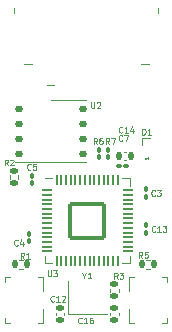
<source format=gto>
%TF.GenerationSoftware,KiCad,Pcbnew,(6.0.5-0)*%
%TF.CreationDate,2022-06-14T21:43:59-04:00*%
%TF.ProjectId,pico_ducky_pcb,7069636f-5f64-4756-936b-795f7063622e,rev?*%
%TF.SameCoordinates,Original*%
%TF.FileFunction,Legend,Top*%
%TF.FilePolarity,Positive*%
%FSLAX46Y46*%
G04 Gerber Fmt 4.6, Leading zero omitted, Abs format (unit mm)*
G04 Created by KiCad (PCBNEW (6.0.5-0)) date 2022-06-14 21:43:59*
%MOMM*%
%LPD*%
G01*
G04 APERTURE LIST*
G04 Aperture macros list*
%AMRoundRect*
0 Rectangle with rounded corners*
0 $1 Rounding radius*
0 $2 $3 $4 $5 $6 $7 $8 $9 X,Y pos of 4 corners*
0 Add a 4 corners polygon primitive as box body*
4,1,4,$2,$3,$4,$5,$6,$7,$8,$9,$2,$3,0*
0 Add four circle primitives for the rounded corners*
1,1,$1+$1,$2,$3*
1,1,$1+$1,$4,$5*
1,1,$1+$1,$6,$7*
1,1,$1+$1,$8,$9*
0 Add four rect primitives between the rounded corners*
20,1,$1+$1,$2,$3,$4,$5,0*
20,1,$1+$1,$4,$5,$6,$7,0*
20,1,$1+$1,$6,$7,$8,$9,0*
20,1,$1+$1,$8,$9,$2,$3,0*%
G04 Aperture macros list end*
%ADD10C,0.100000*%
%ADD11C,0.075000*%
%ADD12C,0.120000*%
%ADD13RoundRect,0.100000X0.100000X-0.130000X0.100000X0.130000X-0.100000X0.130000X-0.100000X-0.130000X0*%
%ADD14C,0.711200*%
%ADD15R,0.812800X0.508000*%
%ADD16R,0.508000X0.889000*%
%ADD17R,0.500000X0.500000*%
%ADD18RoundRect,0.125000X-0.250000X-0.125000X0.250000X-0.125000X0.250000X0.125000X-0.250000X0.125000X0*%
%ADD19R,3.400000X4.300000*%
%ADD20RoundRect,0.100000X0.130000X0.100000X-0.130000X0.100000X-0.130000X-0.100000X0.130000X-0.100000X0*%
%ADD21RoundRect,0.135000X-0.135000X-0.185000X0.135000X-0.185000X0.135000X0.185000X-0.135000X0.185000X0*%
%ADD22R,1.150000X1.000000*%
%ADD23RoundRect,0.100000X-0.100000X0.130000X-0.100000X-0.130000X0.100000X-0.130000X0.100000X0.130000X0*%
%ADD24RoundRect,0.140000X0.170000X-0.140000X0.170000X0.140000X-0.170000X0.140000X-0.170000X-0.140000X0*%
%ADD25RoundRect,0.050000X-0.387500X-0.050000X0.387500X-0.050000X0.387500X0.050000X-0.387500X0.050000X0*%
%ADD26RoundRect,0.050000X-0.050000X-0.387500X0.050000X-0.387500X0.050000X0.387500X-0.050000X0.387500X0*%
%ADD27RoundRect,0.144000X-1.456000X-1.456000X1.456000X-1.456000X1.456000X1.456000X-1.456000X1.456000X0*%
%ADD28RoundRect,0.135000X0.135000X0.185000X-0.135000X0.185000X-0.135000X-0.185000X0.135000X-0.185000X0*%
%ADD29RoundRect,0.135000X0.185000X-0.135000X0.185000X0.135000X-0.185000X0.135000X-0.185000X-0.135000X0*%
%ADD30RoundRect,0.140000X0.140000X0.170000X-0.140000X0.170000X-0.140000X-0.170000X0.140000X-0.170000X0*%
%ADD31RoundRect,0.135000X-0.185000X0.135000X-0.185000X-0.135000X0.185000X-0.135000X0.185000X0.135000X0*%
%ADD32C,1.900000*%
%ADD33R,1.300000X1.700000*%
G04 APERTURE END LIST*
D10*
%TO.C,C3*%
X92836666Y-55848571D02*
X92812857Y-55872380D01*
X92741428Y-55896190D01*
X92693809Y-55896190D01*
X92622380Y-55872380D01*
X92574761Y-55824761D01*
X92550952Y-55777142D01*
X92527142Y-55681904D01*
X92527142Y-55610476D01*
X92550952Y-55515238D01*
X92574761Y-55467619D01*
X92622380Y-55420000D01*
X92693809Y-55396190D01*
X92741428Y-55396190D01*
X92812857Y-55420000D01*
X92836666Y-55443809D01*
X93003333Y-55396190D02*
X93312857Y-55396190D01*
X93146190Y-55586666D01*
X93217619Y-55586666D01*
X93265238Y-55610476D01*
X93289047Y-55634285D01*
X93312857Y-55681904D01*
X93312857Y-55800952D01*
X93289047Y-55848571D01*
X93265238Y-55872380D01*
X93217619Y-55896190D01*
X93074761Y-55896190D01*
X93027142Y-55872380D01*
X93003333Y-55848571D01*
%TO.C,D1*%
X91750952Y-50696190D02*
X91750952Y-50196190D01*
X91870000Y-50196190D01*
X91941428Y-50220000D01*
X91989047Y-50267619D01*
X92012857Y-50315238D01*
X92036666Y-50410476D01*
X92036666Y-50481904D01*
X92012857Y-50577142D01*
X91989047Y-50624761D01*
X91941428Y-50672380D01*
X91870000Y-50696190D01*
X91750952Y-50696190D01*
X92512857Y-50696190D02*
X92227142Y-50696190D01*
X92370000Y-50696190D02*
X92370000Y-50196190D01*
X92322380Y-50267619D01*
X92274761Y-50315238D01*
X92227142Y-50339047D01*
D11*
X92285714Y-52639285D02*
X92285714Y-52810714D01*
X92285714Y-52725000D02*
X91985714Y-52725000D01*
X92028571Y-52753571D01*
X92057142Y-52782142D01*
X92071428Y-52810714D01*
D10*
%TO.C,U2*%
X87429047Y-47946190D02*
X87429047Y-48350952D01*
X87452857Y-48398571D01*
X87476666Y-48422380D01*
X87524285Y-48446190D01*
X87619523Y-48446190D01*
X87667142Y-48422380D01*
X87690952Y-48398571D01*
X87714761Y-48350952D01*
X87714761Y-47946190D01*
X87929047Y-47993809D02*
X87952857Y-47970000D01*
X88000476Y-47946190D01*
X88119523Y-47946190D01*
X88167142Y-47970000D01*
X88190952Y-47993809D01*
X88214761Y-48041428D01*
X88214761Y-48089047D01*
X88190952Y-48160476D01*
X87905238Y-48446190D01*
X88214761Y-48446190D01*
%TO.C,R7*%
X88966666Y-51496190D02*
X88800000Y-51258095D01*
X88680952Y-51496190D02*
X88680952Y-50996190D01*
X88871428Y-50996190D01*
X88919047Y-51020000D01*
X88942857Y-51043809D01*
X88966666Y-51091428D01*
X88966666Y-51162857D01*
X88942857Y-51210476D01*
X88919047Y-51234285D01*
X88871428Y-51258095D01*
X88680952Y-51258095D01*
X89133333Y-50996190D02*
X89466666Y-50996190D01*
X89252380Y-51496190D01*
%TO.C,C7*%
X90066666Y-51188571D02*
X90042857Y-51212380D01*
X89971428Y-51236190D01*
X89923809Y-51236190D01*
X89852380Y-51212380D01*
X89804761Y-51164761D01*
X89780952Y-51117142D01*
X89757142Y-51021904D01*
X89757142Y-50950476D01*
X89780952Y-50855238D01*
X89804761Y-50807619D01*
X89852380Y-50760000D01*
X89923809Y-50736190D01*
X89971428Y-50736190D01*
X90042857Y-50760000D01*
X90066666Y-50783809D01*
X90233333Y-50736190D02*
X90566666Y-50736190D01*
X90352380Y-51236190D01*
%TO.C,R1*%
X81766666Y-61196190D02*
X81600000Y-60958095D01*
X81480952Y-61196190D02*
X81480952Y-60696190D01*
X81671428Y-60696190D01*
X81719047Y-60720000D01*
X81742857Y-60743809D01*
X81766666Y-60791428D01*
X81766666Y-60862857D01*
X81742857Y-60910476D01*
X81719047Y-60934285D01*
X81671428Y-60958095D01*
X81480952Y-60958095D01*
X82242857Y-61196190D02*
X81957142Y-61196190D01*
X82100000Y-61196190D02*
X82100000Y-60696190D01*
X82052380Y-60767619D01*
X82004761Y-60815238D01*
X81957142Y-60839047D01*
%TO.C,Y1*%
X86861904Y-62648095D02*
X86861904Y-62886190D01*
X86695238Y-62386190D02*
X86861904Y-62648095D01*
X87028571Y-62386190D01*
X87457142Y-62886190D02*
X87171428Y-62886190D01*
X87314285Y-62886190D02*
X87314285Y-62386190D01*
X87266666Y-62457619D01*
X87219047Y-62505238D01*
X87171428Y-62529047D01*
%TO.C,C5*%
X82316666Y-53638571D02*
X82292857Y-53662380D01*
X82221428Y-53686190D01*
X82173809Y-53686190D01*
X82102380Y-53662380D01*
X82054761Y-53614761D01*
X82030952Y-53567142D01*
X82007142Y-53471904D01*
X82007142Y-53400476D01*
X82030952Y-53305238D01*
X82054761Y-53257619D01*
X82102380Y-53210000D01*
X82173809Y-53186190D01*
X82221428Y-53186190D01*
X82292857Y-53210000D01*
X82316666Y-53233809D01*
X82769047Y-53186190D02*
X82530952Y-53186190D01*
X82507142Y-53424285D01*
X82530952Y-53400476D01*
X82578571Y-53376666D01*
X82697619Y-53376666D01*
X82745238Y-53400476D01*
X82769047Y-53424285D01*
X82792857Y-53471904D01*
X82792857Y-53590952D01*
X82769047Y-53638571D01*
X82745238Y-53662380D01*
X82697619Y-53686190D01*
X82578571Y-53686190D01*
X82530952Y-53662380D01*
X82507142Y-53638571D01*
%TO.C,C4*%
X81206666Y-60048571D02*
X81182857Y-60072380D01*
X81111428Y-60096190D01*
X81063809Y-60096190D01*
X80992380Y-60072380D01*
X80944761Y-60024761D01*
X80920952Y-59977142D01*
X80897142Y-59881904D01*
X80897142Y-59810476D01*
X80920952Y-59715238D01*
X80944761Y-59667619D01*
X80992380Y-59620000D01*
X81063809Y-59596190D01*
X81111428Y-59596190D01*
X81182857Y-59620000D01*
X81206666Y-59643809D01*
X81635238Y-59762857D02*
X81635238Y-60096190D01*
X81516190Y-59572380D02*
X81397142Y-59929523D01*
X81706666Y-59929523D01*
%TO.C,C16*%
X86628571Y-66648571D02*
X86604761Y-66672380D01*
X86533333Y-66696190D01*
X86485714Y-66696190D01*
X86414285Y-66672380D01*
X86366666Y-66624761D01*
X86342857Y-66577142D01*
X86319047Y-66481904D01*
X86319047Y-66410476D01*
X86342857Y-66315238D01*
X86366666Y-66267619D01*
X86414285Y-66220000D01*
X86485714Y-66196190D01*
X86533333Y-66196190D01*
X86604761Y-66220000D01*
X86628571Y-66243809D01*
X87104761Y-66696190D02*
X86819047Y-66696190D01*
X86961904Y-66696190D02*
X86961904Y-66196190D01*
X86914285Y-66267619D01*
X86866666Y-66315238D01*
X86819047Y-66339047D01*
X87533333Y-66196190D02*
X87438095Y-66196190D01*
X87390476Y-66220000D01*
X87366666Y-66243809D01*
X87319047Y-66315238D01*
X87295238Y-66410476D01*
X87295238Y-66600952D01*
X87319047Y-66648571D01*
X87342857Y-66672380D01*
X87390476Y-66696190D01*
X87485714Y-66696190D01*
X87533333Y-66672380D01*
X87557142Y-66648571D01*
X87580952Y-66600952D01*
X87580952Y-66481904D01*
X87557142Y-66434285D01*
X87533333Y-66410476D01*
X87485714Y-66386666D01*
X87390476Y-66386666D01*
X87342857Y-66410476D01*
X87319047Y-66434285D01*
X87295238Y-66481904D01*
%TO.C,U3*%
X83759047Y-62196190D02*
X83759047Y-62600952D01*
X83782857Y-62648571D01*
X83806666Y-62672380D01*
X83854285Y-62696190D01*
X83949523Y-62696190D01*
X83997142Y-62672380D01*
X84020952Y-62648571D01*
X84044761Y-62600952D01*
X84044761Y-62196190D01*
X84235238Y-62196190D02*
X84544761Y-62196190D01*
X84378095Y-62386666D01*
X84449523Y-62386666D01*
X84497142Y-62410476D01*
X84520952Y-62434285D01*
X84544761Y-62481904D01*
X84544761Y-62600952D01*
X84520952Y-62648571D01*
X84497142Y-62672380D01*
X84449523Y-62696190D01*
X84306666Y-62696190D01*
X84259047Y-62672380D01*
X84235238Y-62648571D01*
%TO.C,R5*%
X91766666Y-61126190D02*
X91600000Y-60888095D01*
X91480952Y-61126190D02*
X91480952Y-60626190D01*
X91671428Y-60626190D01*
X91719047Y-60650000D01*
X91742857Y-60673809D01*
X91766666Y-60721428D01*
X91766666Y-60792857D01*
X91742857Y-60840476D01*
X91719047Y-60864285D01*
X91671428Y-60888095D01*
X91480952Y-60888095D01*
X92219047Y-60626190D02*
X91980952Y-60626190D01*
X91957142Y-60864285D01*
X91980952Y-60840476D01*
X92028571Y-60816666D01*
X92147619Y-60816666D01*
X92195238Y-60840476D01*
X92219047Y-60864285D01*
X92242857Y-60911904D01*
X92242857Y-61030952D01*
X92219047Y-61078571D01*
X92195238Y-61102380D01*
X92147619Y-61126190D01*
X92028571Y-61126190D01*
X91980952Y-61102380D01*
X91957142Y-61078571D01*
%TO.C,R3*%
X89666666Y-62896190D02*
X89500000Y-62658095D01*
X89380952Y-62896190D02*
X89380952Y-62396190D01*
X89571428Y-62396190D01*
X89619047Y-62420000D01*
X89642857Y-62443809D01*
X89666666Y-62491428D01*
X89666666Y-62562857D01*
X89642857Y-62610476D01*
X89619047Y-62634285D01*
X89571428Y-62658095D01*
X89380952Y-62658095D01*
X89833333Y-62396190D02*
X90142857Y-62396190D01*
X89976190Y-62586666D01*
X90047619Y-62586666D01*
X90095238Y-62610476D01*
X90119047Y-62634285D01*
X90142857Y-62681904D01*
X90142857Y-62800952D01*
X90119047Y-62848571D01*
X90095238Y-62872380D01*
X90047619Y-62896190D01*
X89904761Y-62896190D01*
X89857142Y-62872380D01*
X89833333Y-62848571D01*
%TO.C,C13*%
X92858571Y-58888571D02*
X92834761Y-58912380D01*
X92763333Y-58936190D01*
X92715714Y-58936190D01*
X92644285Y-58912380D01*
X92596666Y-58864761D01*
X92572857Y-58817142D01*
X92549047Y-58721904D01*
X92549047Y-58650476D01*
X92572857Y-58555238D01*
X92596666Y-58507619D01*
X92644285Y-58460000D01*
X92715714Y-58436190D01*
X92763333Y-58436190D01*
X92834761Y-58460000D01*
X92858571Y-58483809D01*
X93334761Y-58936190D02*
X93049047Y-58936190D01*
X93191904Y-58936190D02*
X93191904Y-58436190D01*
X93144285Y-58507619D01*
X93096666Y-58555238D01*
X93049047Y-58579047D01*
X93501428Y-58436190D02*
X93810952Y-58436190D01*
X93644285Y-58626666D01*
X93715714Y-58626666D01*
X93763333Y-58650476D01*
X93787142Y-58674285D01*
X93810952Y-58721904D01*
X93810952Y-58840952D01*
X93787142Y-58888571D01*
X93763333Y-58912380D01*
X93715714Y-58936190D01*
X93572857Y-58936190D01*
X93525238Y-58912380D01*
X93501428Y-58888571D01*
%TO.C,C12*%
X84298571Y-64798571D02*
X84274761Y-64822380D01*
X84203333Y-64846190D01*
X84155714Y-64846190D01*
X84084285Y-64822380D01*
X84036666Y-64774761D01*
X84012857Y-64727142D01*
X83989047Y-64631904D01*
X83989047Y-64560476D01*
X84012857Y-64465238D01*
X84036666Y-64417619D01*
X84084285Y-64370000D01*
X84155714Y-64346190D01*
X84203333Y-64346190D01*
X84274761Y-64370000D01*
X84298571Y-64393809D01*
X84774761Y-64846190D02*
X84489047Y-64846190D01*
X84631904Y-64846190D02*
X84631904Y-64346190D01*
X84584285Y-64417619D01*
X84536666Y-64465238D01*
X84489047Y-64489047D01*
X84965238Y-64393809D02*
X84989047Y-64370000D01*
X85036666Y-64346190D01*
X85155714Y-64346190D01*
X85203333Y-64370000D01*
X85227142Y-64393809D01*
X85250952Y-64441428D01*
X85250952Y-64489047D01*
X85227142Y-64560476D01*
X84941428Y-64846190D01*
X85250952Y-64846190D01*
%TO.C,R6*%
X87916666Y-51496190D02*
X87750000Y-51258095D01*
X87630952Y-51496190D02*
X87630952Y-50996190D01*
X87821428Y-50996190D01*
X87869047Y-51020000D01*
X87892857Y-51043809D01*
X87916666Y-51091428D01*
X87916666Y-51162857D01*
X87892857Y-51210476D01*
X87869047Y-51234285D01*
X87821428Y-51258095D01*
X87630952Y-51258095D01*
X88345238Y-50996190D02*
X88250000Y-50996190D01*
X88202380Y-51020000D01*
X88178571Y-51043809D01*
X88130952Y-51115238D01*
X88107142Y-51210476D01*
X88107142Y-51400952D01*
X88130952Y-51448571D01*
X88154761Y-51472380D01*
X88202380Y-51496190D01*
X88297619Y-51496190D01*
X88345238Y-51472380D01*
X88369047Y-51448571D01*
X88392857Y-51400952D01*
X88392857Y-51281904D01*
X88369047Y-51234285D01*
X88345238Y-51210476D01*
X88297619Y-51186666D01*
X88202380Y-51186666D01*
X88154761Y-51210476D01*
X88130952Y-51234285D01*
X88107142Y-51281904D01*
%TO.C,C14*%
X90068571Y-50488571D02*
X90044761Y-50512380D01*
X89973333Y-50536190D01*
X89925714Y-50536190D01*
X89854285Y-50512380D01*
X89806666Y-50464761D01*
X89782857Y-50417142D01*
X89759047Y-50321904D01*
X89759047Y-50250476D01*
X89782857Y-50155238D01*
X89806666Y-50107619D01*
X89854285Y-50060000D01*
X89925714Y-50036190D01*
X89973333Y-50036190D01*
X90044761Y-50060000D01*
X90068571Y-50083809D01*
X90544761Y-50536190D02*
X90259047Y-50536190D01*
X90401904Y-50536190D02*
X90401904Y-50036190D01*
X90354285Y-50107619D01*
X90306666Y-50155238D01*
X90259047Y-50179047D01*
X90973333Y-50202857D02*
X90973333Y-50536190D01*
X90854285Y-50012380D02*
X90735238Y-50369523D01*
X91044761Y-50369523D01*
%TO.C,R2*%
X80396666Y-53316190D02*
X80230000Y-53078095D01*
X80110952Y-53316190D02*
X80110952Y-52816190D01*
X80301428Y-52816190D01*
X80349047Y-52840000D01*
X80372857Y-52863809D01*
X80396666Y-52911428D01*
X80396666Y-52982857D01*
X80372857Y-53030476D01*
X80349047Y-53054285D01*
X80301428Y-53078095D01*
X80110952Y-53078095D01*
X80587142Y-52863809D02*
X80610952Y-52840000D01*
X80658571Y-52816190D01*
X80777619Y-52816190D01*
X80825238Y-52840000D01*
X80849047Y-52863809D01*
X80872857Y-52911428D01*
X80872857Y-52959047D01*
X80849047Y-53030476D01*
X80563333Y-53316190D01*
X80872857Y-53316190D01*
D12*
%TO.C,SW1*%
X80150000Y-62770000D02*
X80150000Y-63200000D01*
X83343931Y-62769600D02*
X82956070Y-62769600D01*
X83350000Y-66630400D02*
X83350000Y-65477240D01*
X83350000Y-63922760D02*
X83350000Y-62769600D01*
X82950000Y-66630400D02*
X83337861Y-66630400D01*
X80150000Y-66230000D02*
X80150000Y-66630000D01*
X80150000Y-66630400D02*
X80560000Y-66630400D01*
X80560000Y-62769600D02*
X80150000Y-62769600D01*
D10*
%TO.C,D1*%
X91750000Y-50950000D02*
X91750000Y-51600000D01*
X92400000Y-50950000D02*
X91750000Y-50950000D01*
D12*
%TO.C,U2*%
X81000000Y-53010000D02*
X87000000Y-53010000D01*
X84000000Y-47790000D02*
X87000000Y-47790000D01*
%TO.C,R1*%
X81346359Y-62080000D02*
X81653641Y-62080000D01*
X81346359Y-61320000D02*
X81653641Y-61320000D01*
%TO.C,Y1*%
X85450000Y-63100000D02*
X85450000Y-65900000D01*
X85450000Y-65900000D02*
X88750000Y-65900000D01*
%TO.C,C16*%
X89040000Y-66007836D02*
X89040000Y-65792164D01*
X89760000Y-66007836D02*
X89760000Y-65792164D01*
%TO.C,U3*%
X84140000Y-61610000D02*
X83490000Y-61610000D01*
X84140000Y-54390000D02*
X83490000Y-54390000D01*
X90060000Y-54390000D02*
X90710000Y-54390000D01*
X90060000Y-61610000D02*
X90710000Y-61610000D01*
X90710000Y-61610000D02*
X90710000Y-60960000D01*
X83490000Y-61610000D02*
X83490000Y-60960000D01*
X90710000Y-54390000D02*
X90710000Y-55040000D01*
%TO.C,SW2*%
X90650000Y-62769600D02*
X90650000Y-63922760D01*
X93850000Y-66630000D02*
X93850000Y-66200000D01*
X93850000Y-63170000D02*
X93850000Y-62770000D01*
X93850000Y-62769600D02*
X93440000Y-62769600D01*
X90656069Y-66630400D02*
X91043930Y-66630400D01*
X91050000Y-62769600D02*
X90662139Y-62769600D01*
X93440000Y-66630400D02*
X93850000Y-66630400D01*
X90650000Y-65477240D02*
X90650000Y-66630400D01*
%TO.C,R5*%
X92403641Y-61320000D02*
X92096359Y-61320000D01*
X92403641Y-62080000D02*
X92096359Y-62080000D01*
%TO.C,R3*%
X89020000Y-64053641D02*
X89020000Y-63746359D01*
X89780000Y-64053641D02*
X89780000Y-63746359D01*
%TO.C,C12*%
X84440000Y-66007836D02*
X84440000Y-65792164D01*
X85160000Y-66007836D02*
X85160000Y-65792164D01*
%TO.C,C14*%
X90407836Y-52140000D02*
X90192164Y-52140000D01*
X90407836Y-52860000D02*
X90192164Y-52860000D01*
%TO.C,R2*%
X80520000Y-54146359D02*
X80520000Y-54453641D01*
X81280000Y-54146359D02*
X81280000Y-54453641D01*
%TO.C,J1*%
X80940000Y-40005000D02*
X80940000Y-40405000D01*
X84300000Y-46520000D02*
X83700000Y-46520000D01*
X82390000Y-44745000D02*
X81710000Y-44745000D01*
X91610000Y-44745000D02*
X92290000Y-44745000D01*
X93060000Y-40005000D02*
X93060000Y-40405000D01*
%TD*%
%LPC*%
D13*
%TO.C,C3*%
X92050000Y-55990000D03*
X92050000Y-55350000D03*
%TD*%
D14*
%TO.C,SW1*%
X81750000Y-65700001D03*
X81750000Y-63699999D03*
D15*
X81150001Y-62999998D03*
X82349999Y-66400002D03*
D16*
X83399999Y-64700000D03*
D15*
X81150001Y-66400002D03*
X82349999Y-62999998D03*
%TD*%
D17*
%TO.C,D1*%
X92150000Y-52250000D03*
X93050000Y-52250000D03*
X93050000Y-51350000D03*
X92150000Y-51350000D03*
%TD*%
D18*
%TO.C,U2*%
X81300000Y-48495000D03*
X81300000Y-49765000D03*
X81300000Y-51035000D03*
X81300000Y-52305000D03*
X86700000Y-52305000D03*
X86700000Y-51035000D03*
X86700000Y-49765000D03*
X86700000Y-48495000D03*
D19*
X84000000Y-50400000D03*
%TD*%
D13*
%TO.C,R7*%
X88900000Y-52620000D03*
X88900000Y-51980000D03*
%TD*%
D20*
%TO.C,C7*%
X90420000Y-53400000D03*
X89780000Y-53400000D03*
%TD*%
D21*
%TO.C,R1*%
X80990000Y-61700000D03*
X82010000Y-61700000D03*
%TD*%
D22*
%TO.C,Y1*%
X86225000Y-65200000D03*
X87975000Y-65200000D03*
X87975000Y-63800000D03*
X86225000Y-63800000D03*
%TD*%
D23*
%TO.C,C5*%
X82400000Y-54180000D03*
X82400000Y-54820000D03*
%TD*%
D13*
%TO.C,C4*%
X82150000Y-59720000D03*
X82150000Y-59080000D03*
%TD*%
D24*
%TO.C,C16*%
X89400000Y-66380000D03*
X89400000Y-65420000D03*
%TD*%
D25*
%TO.C,U3*%
X83662500Y-55400000D03*
X83662500Y-55800000D03*
X83662500Y-56200000D03*
X83662500Y-56600000D03*
X83662500Y-57000000D03*
X83662500Y-57400000D03*
X83662500Y-57800000D03*
X83662500Y-58200000D03*
X83662500Y-58600000D03*
X83662500Y-59000000D03*
X83662500Y-59400000D03*
X83662500Y-59800000D03*
X83662500Y-60200000D03*
X83662500Y-60600000D03*
D26*
X84500000Y-61437500D03*
X84900000Y-61437500D03*
X85300000Y-61437500D03*
X85700000Y-61437500D03*
X86100000Y-61437500D03*
X86500000Y-61437500D03*
X86900000Y-61437500D03*
X87300000Y-61437500D03*
X87700000Y-61437500D03*
X88100000Y-61437500D03*
X88500000Y-61437500D03*
X88900000Y-61437500D03*
X89300000Y-61437500D03*
X89700000Y-61437500D03*
D25*
X90537500Y-60600000D03*
X90537500Y-60200000D03*
X90537500Y-59800000D03*
X90537500Y-59400000D03*
X90537500Y-59000000D03*
X90537500Y-58600000D03*
X90537500Y-58200000D03*
X90537500Y-57800000D03*
X90537500Y-57400000D03*
X90537500Y-57000000D03*
X90537500Y-56600000D03*
X90537500Y-56200000D03*
X90537500Y-55800000D03*
X90537500Y-55400000D03*
D26*
X89700000Y-54562500D03*
X89300000Y-54562500D03*
X88900000Y-54562500D03*
X88500000Y-54562500D03*
X88100000Y-54562500D03*
X87700000Y-54562500D03*
X87300000Y-54562500D03*
X86900000Y-54562500D03*
X86500000Y-54562500D03*
X86100000Y-54562500D03*
X85700000Y-54562500D03*
X85300000Y-54562500D03*
X84900000Y-54562500D03*
X84500000Y-54562500D03*
D27*
X87100000Y-58000000D03*
%TD*%
D14*
%TO.C,SW2*%
X92250000Y-63699999D03*
X92250000Y-65700001D03*
D15*
X92849999Y-66400002D03*
X91650001Y-62999998D03*
X92849999Y-62999998D03*
D16*
X90600001Y-64700000D03*
D15*
X91650001Y-66400002D03*
%TD*%
D28*
%TO.C,R5*%
X92760000Y-61700000D03*
X91740000Y-61700000D03*
%TD*%
D29*
%TO.C,R3*%
X89400000Y-64410000D03*
X89400000Y-63390000D03*
%TD*%
D23*
%TO.C,C13*%
X92050000Y-58380000D03*
X92050000Y-59020000D03*
%TD*%
D24*
%TO.C,C12*%
X84800000Y-66380000D03*
X84800000Y-65420000D03*
%TD*%
D13*
%TO.C,R6*%
X88100000Y-52620000D03*
X88100000Y-51980000D03*
%TD*%
D30*
%TO.C,C14*%
X90780000Y-52500000D03*
X89820000Y-52500000D03*
%TD*%
D31*
%TO.C,R2*%
X80900000Y-53790000D03*
X80900000Y-54810000D03*
%TD*%
D32*
%TO.C,J1*%
X84750000Y-42245000D03*
X89250000Y-42245000D03*
D33*
X83500000Y-44595000D03*
X86000000Y-44595000D03*
X88000000Y-44595000D03*
X90500000Y-44595000D03*
%TD*%
M02*

</source>
